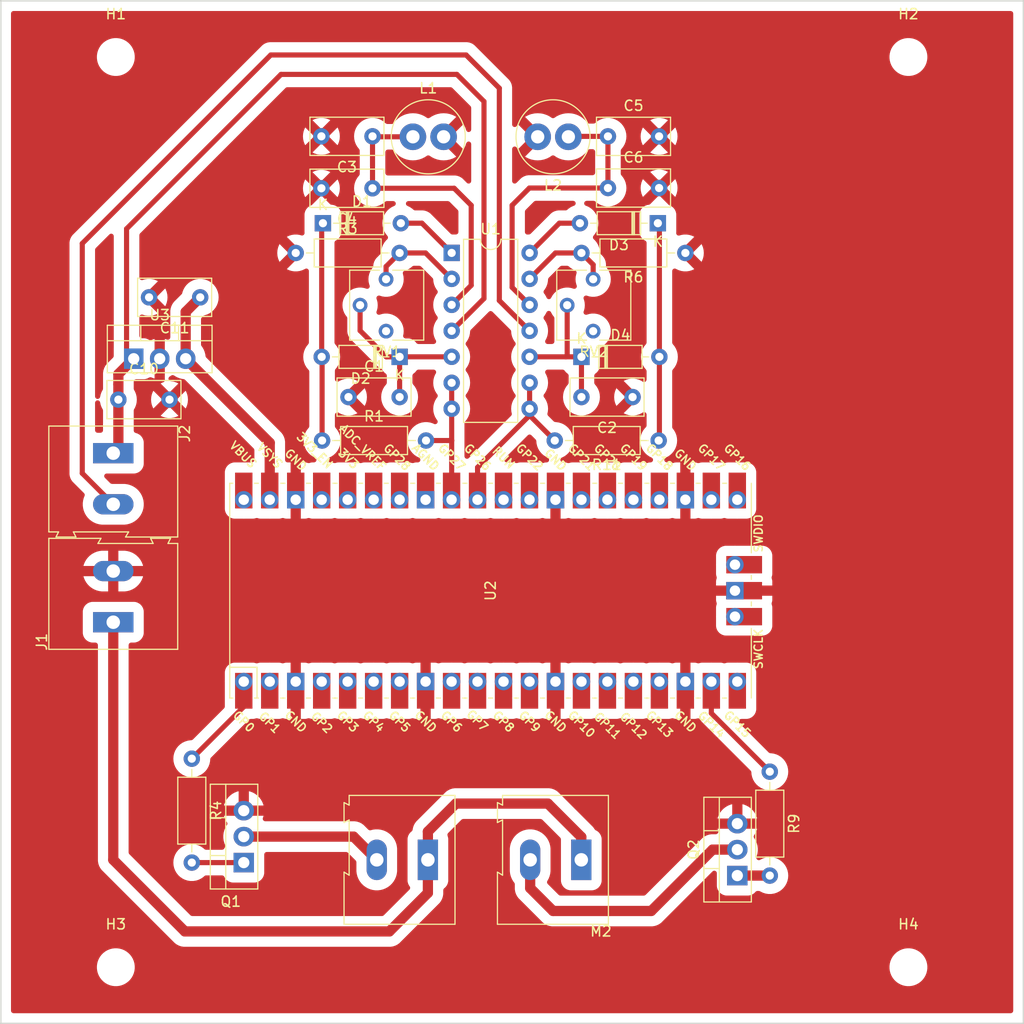
<source format=kicad_pcb>
(kicad_pcb (version 20240108) (generator "pcbnew") (generator_version "8.0")
  (layers (0 "F.Cu" signal) (31 "B.Cu" signal) (34 "B.Paste" user) (35 "F.Paste" user) (36 "B.SilkS" user "B.Silkscreen") (37 "F.SilkS" user "F.Silkscreen") (38 "B.Mask" user) (39 "F.Mask" user) (44 "Edge.Cuts" user))
  (net 0 "")
  (net 1 "GND")
  (net 2 "Net-(D2-K)")
  (net 3 "Net-(D4-K)")
  (net 4 "/SINE_IN_L")
  (net 5 "/SINE_IN_R")
  (net 6 "VCC")
  (net 7 "Net-(D1-K)")
  (net 8 "Net-(D1-A)")
  (net 9 "Net-(D3-K)")
  (net 10 "Net-(D3-A)")
  (net 11 "-9V")
  (net 12 "/PEAK_OUT_L")
  (net 13 "Net-(U1A--)")
  (net 14 "/PEAK_OUT_R")
  (net 15 "Net-(U1D--)")
  (net 16 "+5V")
  (net 17 "Net-(Q1-B)")
  (net 18 "Net-(Q2-B)")
  (net 19 "/MOTOR_PWM_L")
  (net 20 "/MOTOR_PWM_R")
  (net 21 "/Boost Converter Feedback")
  (net 49 "+9V")
  (net 51 "Net-(M1--)")
  (net 52 "Net-(M2--)")
  (footprint "Capacitor_THT:C_Rect_L7.0mm_W3.5mm_P5.00mm" (layer "F.Cu") (at 147.370001 62.26)
    (property "Reference" "C5" (at 2.5 -3 0) (layer "F.SilkS"))
    (property "Value" "68n")
    (pad "1" thru_hole circle (at 0 0) (size 1.6 1.6) (drill 0.8) (layers "*.Cu" "*.Mask") (net 5 "/SINE_IN_R"))
    (pad "2" thru_hole circle (at 5 0) (size 1.6 1.6) (drill 0.8) (layers "*.Cu" "*.Mask") (net 1 "GND"))
  )
  (footprint "Resistor_THT:R_Axial_DIN0207_L6.3mm_D2.5mm_P10.16mm_Horizontal" (layer "F.Cu") (at 106.68 123.110001 -90)
    (property "Reference" "R4" (at 5.08 -2.37 90) (layer "F.SilkS"))
    (property "Value" "100")
    (pad "1" thru_hole circle (at 0 0 270) (size 1.6 1.6) (drill 0.8) (layers "*.Cu" "*.Mask") (net 19 "/MOTOR_PWM_L"))
    (pad "2" thru_hole oval (at 10.16 0 270) (size 1.6 1.6) (drill 0.8) (layers "*.Cu" "*.Mask") (net 17 "Net-(Q1-B)"))
  )
  (footprint "Resistor_THT:R_Axial_DIN0207_L6.3mm_D2.5mm_P10.16mm_Horizontal" (layer "F.Cu") (at 152.33 92 180)
    (property "Reference" "R11" (at 5.08 -2.37 0) (layer "F.SilkS"))
    (property "Value" "10k")
    (pad "1" thru_hole circle (at 0 0 180) (size 1.6 1.6) (drill 0.8) (layers "*.Cu" "*.Mask") (net 9 "Net-(D3-K)"))
    (pad "2" thru_hole oval (at 10.16 0 180) (size 1.6 1.6) (drill 0.8) (layers "*.Cu" "*.Mask") (net 14 "/PEAK_OUT_R"))
  )
  (footprint "Package_TO_SOT_THT:TO-220-3_Vertical" (layer "F.Cu") (at 160.02 134.54 90)
    (property "Reference" "Q2" (at 2.54 -4.27 90) (layer "F.SilkS"))
    (property "Value" "TIP120")
    (pad "1" thru_hole rect (at 0 0 90) (size 1.905 2) (drill 1.1) (layers "*.Cu" "*.Mask") (net 18 "Net-(Q2-B)"))
    (pad "2" thru_hole oval (at 2.54 0 90) (size 1.905 2) (drill 1.1) (layers "*.Cu" "*.Mask") (net 52 "Net-(M2--)"))
    (pad "3" thru_hole oval (at 5.08 0 90) (size 1.905 2) (drill 1.1) (layers "*.Cu" "*.Mask") (net 1 "GND"))
  )
  (footprint "Capacitor_THT:C_Rect_L7.0mm_W3.5mm_P5.00mm" (layer "F.Cu") (at 107.5 78 180)
    (property "Reference" "C11" (at 2.5 -3 180) (layer "F.SilkS"))
    (property "Value" "330n")
    (pad "1" thru_hole circle (at 0 0 180) (size 1.6 1.6) (drill 0.8) (layers "*.Cu" "*.Mask") (net 16 "+5V"))
    (pad "2" thru_hole circle (at 5 0 180) (size 1.6 1.6) (drill 0.8) (layers "*.Cu" "*.Mask") (net 1 "GND"))
  )
  (footprint "Potentiometer_THT:Potentiometer_Vishay_T73YP_Vertical" (layer "F.Cu") (at 145.925 76.224999 180)
    (property "Reference" "RV2" (at -0.059999 -7.09 180) (layer "F.SilkS"))
    (property "Value" "R_Potentiometer")
    (pad "1" thru_hole circle (at 0 0 180) (size 1.44 1.44) (drill 0.8) (layers "*.Cu" "*.Mask") (net 15 "Net-(U1D--)"))
    (pad "2" thru_hole circle (at 2.54 -2.54 180) (size 1.44 1.44) (drill 0.8) (layers "*.Cu" "*.Mask") (net 3 "Net-(D4-K)"))
    (pad "3" thru_hole circle (at 0 -5.079999 180) (size 1.44 1.44) (drill 0.8) (layers "*.Cu" "*.Mask"))
  )
  (footprint "Package_TO_SOT_THT:TO-220-3_Vertical" (layer "F.Cu") (at 111.76 133.27 90)
    (property "Reference" "Q1" (at -3.81 -1.27 180) (layer "F.SilkS"))
    (property "Value" "TIP120")
    (pad "1" thru_hole rect (at 0 0 90) (size 1.905 2) (drill 1.1) (layers "*.Cu" "*.Mask") (net 17 "Net-(Q1-B)"))
    (pad "2" thru_hole oval (at 2.54 0 90) (size 1.905 2) (drill 1.1) (layers "*.Cu" "*.Mask") (net 51 "Net-(M1--)"))
    (pad "3" thru_hole oval (at 5.08 0 90) (size 1.905 2) (drill 1.1) (layers "*.Cu" "*.Mask") (net 1 "GND"))
  )
  (footprint "Capacitor_THT:C_Rect_L7.0mm_W3.5mm_P5.00mm" (layer "F.Cu") (at 122 87.75)
    (property "Reference" "C1" (at 2.5 -3 0) (layer "F.SilkS"))
    (property "Value" "1u")
    (pad "1" thru_hole circle (at 0 0) (size 1.6 1.6) (drill 0.8) (layers "*.Cu" "*.Mask") (net 1 "GND"))
    (pad "2" thru_hole circle (at 5 0) (size 1.6 1.6) (drill 0.8) (layers "*.Cu" "*.Mask") (net 2 "Net-(D2-K)"))
  )
  (footprint "Inductor_THT:L_Radial_D7.0mm_P3.00mm" (layer "F.Cu") (at 143.5 62.3 180)
    (property "Reference" "L2" (at 1.5 -4.75 180) (layer "F.SilkS"))
    (property "Value" "220u")
    (pad "1" thru_hole circle (at 0 0 180) (size 2.6 2.6) (drill 1.3) (layers "*.Cu" "*.Mask") (net 5 "/SINE_IN_R"))
    (pad "2" thru_hole circle (at 3 0 180) (size 2.6 2.6) (drill 1.3) (layers "*.Cu" "*.Mask") (net 1 "GND"))
  )
  (footprint "Diode_THT:D_DO-35_SOD27_P7.62mm_Horizontal" (layer "F.Cu") (at 119.5 70.75)
    (property "Reference" "D1" (at 3.81 -2.12 0) (layer "F.SilkS"))
    (property "Value" "1N4148")
    (fp_text user "K" (at 0 -1.8 0) (layer "F.SilkS"))
    (pad "1" thru_hole rect (at 0 0) (size 1.6 1.6) (drill 0.8) (layers "*.Cu" "*.Mask") (net 7 "Net-(D1-K)"))
    (pad "2" thru_hole oval (at 7.62 0) (size 1.6 1.6) (drill 0.8) (layers "*.Cu" "*.Mask") (net 8 "Net-(D1-A)"))
  )
  (footprint "Resistor_THT:R_Axial_DIN0207_L6.3mm_D2.5mm_P10.16mm_Horizontal" (layer "F.Cu") (at 154.94 73.66 180)
    (property "Reference" "R6" (at 5.08 -2.37 0) (layer "F.SilkS"))
    (property "Value" "1k")
    (pad "1" thru_hole circle (at 0 0 180) (size 1.6 1.6) (drill 0.8) (layers "*.Cu" "*.Mask") (net 1 "GND"))
    (pad "2" thru_hole oval (at 10.16 0 180) (size 1.6 1.6) (drill 0.8) (layers "*.Cu" "*.Mask") (net 15 "Net-(U1D--)"))
  )
  (footprint "MountingHole:MountingHole_3.2mm_M3" (layer "F.Cu") (at 99.25 54.5)
    (property "Reference" "H1" (at 0 -4.2 0) (layer "F.SilkS"))
    (property "Value" "MountingHole")
    (pad "" np_thru_hole circle (at 0 0) (size 3.2 3.2) (drill 3.2) (layers "*.Cu" "*.Mask"))
  )
  (footprint "Capacitor_THT:C_Rect_L7.0mm_W3.5mm_P5.00mm" (layer "F.Cu") (at 99.5 88)
    (property "Reference" "C10" (at 2.5 -3 0) (layer "F.SilkS"))
    (property "Value" "330n")
    (pad "1" thru_hole circle (at 0 0) (size 1.6 1.6) (drill 0.8) (layers "*.Cu" "*.Mask") (net 49 "+9V"))
    (pad "2" thru_hole circle (at 5 0) (size 1.6 1.6) (drill 0.8) (layers "*.Cu" "*.Mask") (net 1 "GND"))
  )
  (footprint "MCU_RaspberryPi_and_Boards:RPi_Pico_SMD_TH" (layer "F.Cu") (at 135.89 106.68 90)
    (property "Reference" "U2" (at 0 0 -90) (layer "F.SilkS"))
    (property "Value" "Pico")
    (fp_text user "GP0" (at -12.8 -24.13 -45) (layer "F.SilkS") (effects (font (size 0.8 0.8))))
    (fp_text user "GP11" (at -13.2 11.43 -45) (layer "F.SilkS") (effects (font (size 0.8 0.8))))
    (fp_text user "SWDIO" (at 5.6 26.2 -90) (layer "F.SilkS") (effects (font (size 0.8 0.8))))
    (fp_text user "GP3" (at -12.8 -13.97 -45) (layer "F.SilkS") (effects (font (size 0.8 0.8))))
    (fp_text user "3V3_EN" (at 13.7 -17.200001 -45) (layer "F.SilkS") (effects (font (size 0.8 0.8))))
    (fp_text user "GND" (at -12.8 -19.05 -45) (layer "F.SilkS") (effects (font (size 0.8 0.8))))
    (fp_text user "GP8" (at -12.8 1.27 -45) (layer "F.SilkS") (effects (font (size 0.8 0.8))))
    (fp_text user "GP16" (at 13.054 24.130001 -45) (layer "F.SilkS") (effects (font (size 0.8 0.8))))
    (fp_text user "ADC_VREF" (at 14 -12.5 -45) (layer "F.SilkS") (effects (font (size 0.8 0.8))))
    (fp_text user "GND" (at -12.8 19.05 -45) (layer "F.SilkS") (effects (font (size 0.8 0.8))))
    (fp_text user "GND" (at -12.8 6.35 -45) (layer "F.SilkS") (effects (font (size 0.8 0.8))))
    (fp_text user "GP10" (at -13.054 8.89 -45) (layer "F.SilkS") (effects (font (size 0.8 0.8))))
    (fp_text user "GP20" (at 13.053999 11.43 -45) (layer "F.SilkS") (effects (font (size 0.8 0.8))))
    (fp_text user "GP7" (at -12.7 -1.3 -45) (layer "F.SilkS") (effects (font (size 0.8 0.8))))
    (fp_text user "GP18" (at 13.054 16.51 -45) (layer "F.SilkS") (effects (font (size 0.8 0.8))))
    (fp_text user "GP17" (at 13.054 21.589999 -45) (layer "F.SilkS") (effects (font (size 0.8 0.8))))
    (fp_text user "GP27" (at 13.054 -3.8 -45) (layer "F.SilkS") (effects (font (size 0.8 0.8))))
    (fp_text user "GP13" (at -13.054 16.51 -45) (layer "F.SilkS") (effects (font (size 0.8 0.8))))
    (fp_text user "GP26" (at 13.054 -1.270001 -45) (layer "F.SilkS") (effects (font (size 0.8 0.8))))
    (fp_text user "GP4" (at -12.8 -11.43 -45) (layer "F.SilkS") (effects (font (size 0.8 0.8))))
    (fp_text user "GP6" (at -12.8 -3.81 -45) (layer "F.SilkS") (effects (font (size 0.8 0.8))))
    (fp_text user "GP19" (at 13.054 13.97 -45) (layer "F.SilkS") (effects (font (size 0.8 0.8))))
    (fp_text user "3V3" (at 12.9 -13.9 -45) (layer "F.SilkS") (effects (font (size 0.8 0.8))))
    (fp_text user "GP21" (at 13.054 8.9 -45) (layer "F.SilkS") (effects (font (size 0.8 0.8))))
    (fp_text user "VSYS" (at 13.2 -21.59 -45) (layer "F.SilkS") (effects (font (size 0.8 0.8))))
    (fp_text user "GP9" (at -12.8 3.81 -45) (layer "F.SilkS") (effects (font (size 0.8 0.8))))
    (fp_text user "GP22" (at 13.054 3.81 -45) (layer "F.SilkS") (effects (font (size 0.8 0.8))))
    (fp_text user "GP1" (at -12.9 -21.6 -45) (layer "F.SilkS") (effects (font (size 0.8 0.8))))
    (fp_text user "SWCLK" (at -5.7 26.2 -90) (layer "F.SilkS") (effects (font (size 0.8 0.8))))
    (fp_text user "GP12" (at -13.2 13.97 -45) (layer "F.SilkS") (effects (font (size 0.8 0.8))))
    (fp_text user "GND" (at 12.8 -19.05 -45) (layer "F.SilkS") (effects (font (size 0.8 0.8))))
    (fp_text user "GND" (at 12.8 6.35 -45) (layer "F.SilkS") (effects (font (size 0.8 0.8))))
    (fp_text user "GP15" (at -13.054 24.130001 -45) (layer "F.SilkS") (effects (font (size 0.8 0.8))))
    (fp_text user "VBUS" (at 13.3 -24.2 -45) (layer "F.SilkS") (effects (font (size 0.8 0.8))))
    (fp_text user "GP5" (at -12.8 -8.89 -45) (layer "F.SilkS") (effects (font (size 0.8 0.8))))
    (fp_text user "GP14" (at -13.1 21.59 -45) (layer "F.SilkS") (effects (font (size 0.8 0.8))))
    (fp_text user "GND" (at -12.8 -6.35 -45) (layer "F.SilkS") (effects (font (size 0.8 0.8))))
    (fp_text user "RUN" (at 13 1.27 -45) (layer "F.SilkS") (effects (font (size 0.8 0.8))))
    (fp_text user "GP28" (at 13.054 -9.143999 -45) (layer "F.SilkS") (effects (font (size 0.8 0.8))))
    (fp_text user "AGND" (at 13.054 -6.35 -45) (layer "F.SilkS") (effects (font (size 0.8 0.8))))
    (fp_text user "GND" (at 12.8 19.05 -45) (layer "F.SilkS") (effects (font (size 0.8 0.8))))
    (fp_text user "GP2" (at -12.9 -16.509999 -45) (layer "F.SilkS") (effects (font (size 0.8 0.8))))
    (pad "1" thru_hole oval (at -8.89 -24.13 90) (size 1.7 1.7) (drill 1.02) (layers "*.Cu" "*.Mask") (net 19 "/MOTOR_PWM_L"))
    (pad "1" smd rect (at -8.89 -24.13 90) (size 3.5 1.7) (drill (offset -0.9 0)) (layers "F.Cu" "F.Mask") (net 19 "/MOTOR_PWM_L"))
    (pad "2" thru_hole oval (at -8.89 -21.59 90) (size 1.7 1.7) (drill 1.02) (layers "*.Cu" "*.Mask"))
    (pad "2" smd rect (at -8.89 -21.59 90) (size 3.5 1.7) (drill (offset -0.9 0)) (layers "F.Cu" "F.Mask"))
    (pad "3" thru_hole rect (at -8.89 -19.05 90) (size 1.7 1.7) (drill 1.02) (layers "*.Cu" "*.Mask") (net 1 "GND"))
    (pad "3" smd rect (at -8.89 -19.05 90) (size 3.5 1.7) (drill (offset -0.9 0)) (layers "F.Cu" "F.Mask") (net 1 "GND"))
    (pad "4" thru_hole oval (at -8.89 -16.51 90) (size 1.7 1.7) (drill 1.02) (layers "*.Cu" "*.Mask"))
    (pad "4" smd rect (at -8.89 -16.51 90) (size 3.5 1.7) (drill (offset -0.9 0)) (layers "F.Cu" "F.Mask"))
    (pad "5" thru_hole oval (at -8.89 -13.97 90) (size 1.7 1.7) (drill 1.02) (layers "*.Cu" "*.Mask"))
    (pad "5" smd rect (at -8.89 -13.97 90) (size 3.5 1.7) (drill (offset -0.9 0)) (layers "F.Cu" "F.Mask"))
    (pad "6" thru_hole oval (at -8.89 -11.43 90) (size 1.7 1.7) (drill 1.02) (layers "*.Cu" "*.Mask"))
    (pad "6" smd rect (at -8.89 -11.43 90) (size 3.5 1.7) (drill (offset -0.9 0)) (layers "F.Cu" "F.Mask"))
    (pad "7" thru_hole oval (at -8.89 -8.89 90) (size 1.7 1.7) (drill 1.02) (layers "*.Cu" "*.Mask"))
    (pad "7" smd rect (at -8.89 -8.89 90) (size 3.5 1.7) (drill (offset -0.9 0)) (layers "F.Cu" "F.Mask"))
    (pad "8" thru_hole rect (at -8.89 -6.35 90) (size 1.7 1.7) (drill 1.02) (layers "*.Cu" "*.Mask") (net 1 "GND"))
    (pad "8" smd rect (at -8.89 -6.35 90) (size 3.5 1.7) (drill (offset -0.9 0)) (layers "F.Cu" "F.Mask") (net 1 "GND"))
    (pad "9" thru_hole oval (at -8.89 -3.81 90) (size 1.7 1.7) (drill 1.02) (layers "*.Cu" "*.Mask"))
    (pad "9" smd rect (at -8.89 -3.81 90) (size 3.5 1.7) (drill (offset -0.9 0)) (layers "F.Cu" "F.Mask"))
    (pad "10" thru_hole oval (at -8.89 -1.27 90) (size 1.7 1.7) (drill 1.02) (layers "*.Cu" "*.Mask"))
    (pad "10" smd rect (at -8.89 -1.27 90) (size 3.5 1.7) (drill (offset -0.9 0)) (layers "F.Cu" "F.Mask"))
    (pad "11" thru_hole oval (at -8.89 1.27 90) (size 1.7 1.7) (drill 1.02) (layers "*.Cu" "*.Mask"))
    (pad "11" smd rect (at -8.89 1.27 90) (size 3.5 1.7) (drill (offset -0.9 0)) (layers "F.Cu" "F.Mask"))
    (pad "12" thru_hole oval (at -8.89 3.81 90) (size 1.7 1.7) (drill 1.02) (layers "*.Cu" "*.Mask"))
    (pad "12" smd rect (at -8.89 3.81 90) (size 3.5 1.7) (drill (offset -0.9 0)) (layers "F.Cu" "F.Mask"))
    (pad "13" thru_hole rect (at -8.89 6.35 90) (size 1.7 1.7) (drill 1.02) (layers "*.Cu" "*.Mask") (net 1 "GND"))
    (pad "13" smd rect (at -8.89 6.35 90) (size 3.5 1.7) (drill (offset -0.9 0)) (layers "F.Cu" "F.Mask") (net 1 "GND"))
    (pad "14" thru_hole oval (at -8.89 8.89 90) (size 1.7 1.7) (drill 1.02) (layers "*.Cu" "*.Mask"))
    (pad "14" smd rect (at -8.89 8.89 90) (size 3.5 1.7) (drill (offset -0.9 0)) (layers "F.Cu" "F.Mask"))
    (pad "15" thru_hole oval (at -8.89 11.43 90) (size 1.7 1.7) (drill 1.02) (layers "*.Cu" "*.Mask"))
    (pad "15" smd rect (at -8.89 11.43 90) (size 3.5 1.7) (drill (offset -0.9 0)) (layers "F.Cu" "F.Mask"))
    (pad "16" thru_hole oval (at -8.89 13.97 90) (size 1.7 1.7) (drill 1.02) (layers "*.Cu" "*.Mask"))
    (pad "16" smd rect (at -8.89 13.97 90) (size 3.5 1.7) (drill (offset -0.9 0)) (layers "F.Cu" "F.Mask"))
    (pad "17" thru_hole oval (at -8.89 16.51 90) (size 1.7 1.7) (drill 1.02) (layers "*.Cu" "*.Mask"))
    (pad "17" smd rect (at -8.89 16.51 90) (size 3.5 1.7) (drill (offset -0.9 0)) (layers "F.Cu" "F.Mask"))
    (pad "18" thru_hole rect (at -8.89 19.05 90) (size 1.7 1.7) (drill 1.02) (layers "*.Cu" "*.Mask") (net 1 "GND"))
    (pad "18" smd rect (at -8.89 19.05 90) (size 3.5 1.7) (drill (offset -0.9 0)) (layers "F.Cu" "F.Mask") (net 1 "GND"))
    (pad "19" thru_hole oval (at -8.89 21.59 90) (size 1.7 1.7) (drill 1.02) (layers "*.Cu" "*.Mask") (net 20 "/MOTOR_PWM_R"))
    (pad "19" smd rect (at -8.89 21.59 90) (size 3.5 1.7) (drill (offset -0.9 0)) (layers "F.Cu" "F.Mask") (net 20 "/MOTOR_PWM_R"))
    (pad "20" thru_hole oval (at -8.89 24.13 90) (size 1.7 1.7) (drill 1.02) (layers "*.Cu" "*.Mask"))
    (pad "20" smd rect (at -8.89 24.13 90) (size 3.5 1.7) (drill (offset -0.9 0)) (layers "F.Cu" "F.Mask"))
    (pad "21" thru_hole oval (at 8.89 24.13 90) (size 1.7 1.7) (drill 1.02) (layers "*.Cu" "*.Mask"))
    (pad "21" smd rect (at 8.89 24.13 90) (size 3.5 1.7) (drill (offset 0.9 0)) (layers "F.Cu" "F.Mask"))
    (pad "22" thru_hole oval (at 8.89 21.59 90) (size 1.7 1.7) (drill 1.02) (layers "*.Cu" "*.Mask"))
    (pad "22" smd rect (at 8.89 21.59 90) (size 3.5 1.7) (drill (offset 0.9 0)) (layers "F.Cu" "F.Mask"))
    (pad "23" thru_hole rect (at 8.89 19.05 90) (size 1.7 1.7) (drill 1.02) (layers "*.Cu" "*.Mask") (net 1 "GND"))
    (pad "23" smd rect (at 8.89 19.05 90) (size 3.5 1.7) (drill (offset 0.9 0)) (layers "F.Cu" "F.Mask") (net 1 "GND"))
    (pad "24" thru_hole oval (at 8.89 16.51 90) (size 1.7 1.7) (drill 1.02) (layers "*.Cu" "*.Mask"))
    (pad "24" smd rect (at 8.89 16.51 90) (size 3.5 1.7) (drill (offset 0.9 0)) (layers "F.Cu" "F.Mask"))
    (pad "25" thru_hole oval (at 8.89 13.97 90) (size 1.7 1.7) (drill 1.02) (layers "*.Cu" "*.Mask"))
    (pad "25" smd rect (at 8.89 13.97 90) (size 3.5 1.7) (drill (offset 0.9 0)) (layers "F.Cu" "F.Mask"))
    (pad "26" thru_hole oval (at 8.89 11.43 90) (size 1.7 1.7) (drill 1.02) (layers "*.Cu" "*.Mask"))
    (pad "26" smd rect (at 8.89 11.43 90) (size 3.5 1.7) (drill (offset 0.9 0)) (layers "F.Cu" "F.Mask"))
    (pad "27" thru_hole oval (at 8.89 8.89 90) (size 1.7 1.7) (drill 1.02) (layers "*.Cu" "*.Mask"))
    (pad "27" smd rect (at 8.89 8.89 90) (size 3.5 1.7) (drill (offset 0.9 0)) (layers "F.Cu" "F.Mask"))
    (pad "28" thru_hole rect (at 8.89 6.35 90) (size 1.7 1.7) (drill 1.02) (layers "*.Cu" "*.Mask") (net 1 "GND"))
    (pad "28" smd rect (at 8.89 6.35 90) (size 3.5 1.7) (drill (offset 0.9 0)) (layers "F.Cu" "F.Mask") (net 1 "GND"))
    (pad "29" thru_hole oval (at 8.89 3.81 90) (size 1.7 1.7) (drill 1.02) (layers "*.Cu" "*.Mask"))
    (pad "29" smd rect (at 8.89 3.81 90) (size 3.5 1.7) (drill (offset 0.9 0)) (layers "F.Cu" "F.Mask"))
    (pad "30" thru_hole oval (at 8.89 1.27 90) (size 1.7 1.7) (drill 1.02) (layers "*.Cu" "*.Mask"))
    (pad "30" smd rect (at 8.89 1.27 90) (size 3.5 1.7) (drill (offset 0.9 0)) (layers "F.Cu" "F.Mask"))
    (pad "31" thru_hole oval (at 8.89 -1.27 90) (size 1.7 1.7) (drill 1.02) (layers "*.Cu" "*.Mask") (net 14 "/PEAK_OUT_R"))
    (pad "31" smd rect (at 8.89 -1.27 90) (size 3.5 1.7) (drill (offset 0.9 0)) (layers "F.Cu" "F.Mask") (net 14 "/PEAK_OUT_R"))
    (pad "32" thru_hole oval (at 8.89 -3.81 90) (size 1.7 1.7) (drill 1.02) (layers "*.Cu" "*.Mask") (net 12 "/PEAK_OUT_L"))
    (pad "32" smd rect (at 8.89 -3.81 90) (size 3.5 1.7) (drill (offset 0.9 0)) (layers "F.Cu" "F.Mask") (net 12 "/PEAK_OUT_L"))
    (pad "33" thru_hole rect (at 8.89 -6.35 90) (size 1.7 1.7) (drill 1.02) (layers "*.Cu" "*.Mask"))
    (pad "33" smd rect (at 8.89 -6.35 90) (size 3.5 1.7) (drill (offset 0.9 0)) (layers "F.Cu" "F.Mask"))
    (pad "34" thru_hole oval (at 8.89 -8.89 90) (size 1.7 1.7) (drill 1.02) (layers "*.Cu" "*.Mask") (net 21 "/Boost Converter Feedback"))
    (pad "34" smd rect (at 8.89 -8.89 90) (size 3.5 1.7) (drill (offset 0.9 0)) (layers "F.Cu" "F.Mask") (net 21 "/Boost Converter Feedback"))
    (pad "35" thru_hole oval (at 8.89 -11.43 90) (size 1.7 1.7) (drill 1.02) (layers "*.Cu" "*.Mask"))
    (pad "35" smd rect (at 8.89 -11.43 90) (size 3.5 1.7) (drill (offset 0.9 0)) (layers "F.Cu" "F.Mask"))
    (pad "36" thru_hole oval (at 8.89 -13.97 90) (size 1.7 1.7) (drill 1.02) (layers "*.Cu" "*.Mask"))
    (pad "36" smd rect (at 8.89 -13.97 90) (size 3.5 1.7) (drill (offset 0.9 0)) (layers "F.Cu" "F.Mask"))
    (pad "37" thru_hole oval (at 8.89 -16.51 90) (size 1.7 1.7) (drill 1.02) (layers "*.Cu" "*.Mask"))
    (pad "37" smd rect (at 8.89 -16.51 90) (size 3.5 1.7) (drill (offset 0.9 0)) (layers "F.Cu" "F.Mask"))
    (pad "38" thru_hole rect (at 8.89 -19.05 90) (size 1.7 1.7) (drill 1.02) (layers "*.Cu" "*.Mask") (net 1 "GND"))
    (pad "38" smd rect (at 8.89 -19.05 90) (size 3.5 1.7) (drill (offset 0.9 0)) (layers "F.Cu" "F.Mask") (net 1 "GND"))
    (pad "39" thru_hole oval (at 8.89 -21.59 90) (size 1.7 1.7) (drill 1.02) (layers "*.Cu" "*.Mask") (net 16 "+5V"))
    (pad "39" smd rect (at 8.89 -21.59 90) (size 3.5 1.7) (drill (offset 0.9 0)) (layers "F.Cu" "F.Mask") (net 16 "+5V"))
    (pad "40" thru_hole oval (at 8.89 -24.13 90) (size 1.7 1.7) (drill 1.02) (layers "*.Cu" "*.Mask"))
    (pad "40" smd rect (at 8.89 -24.13 90) (size 3.5 1.7) (drill (offset 0.9 0)) (layers "F.Cu" "F.Mask"))
    (pad "41" thru_hole oval (at -2.54 23.9 90) (size 1.7 1.7) (drill 1.02) (layers "*.Cu" "*.Mask"))
    (pad "41" smd rect (at -2.54 23.9 180) (size 3.5 1.7) (drill (offset -0.9 0)) (layers "F.Cu" "F.Mask"))
    (pad "42" thru_hole rect (at 0 23.9 90) (size 1.7 1.7) (drill 1.02) (layers "*.Cu" "*.Mask") (net 1 "GND"))
    (pad "42" smd rect (at 0 23.9 180) (size 3.5 1.7) (drill (offset -0.9 0)) (layers "F.Cu" "F.Mask") (net 1 "GND"))
    (pad "43" thru_hole oval (at 2.54 23.9 90) (size 1.7 1.7) (drill 1.02) (layers "*.Cu" "*.Mask"))
    (pad "43" smd rect (at 2.54 23.9 180) (size 3.5 1.7) (drill (offset -0.9 0)) (layers "F.Cu" "F.Mask"))
  )
  (footprint "Diode_THT:D_DO-35_SOD27_P7.62mm_Horizontal" (layer "F.Cu") (at 144.78 83.82)
    (property "Reference" "D4" (at 3.81 -2.12 0) (layer "F.SilkS"))
    (property "Value" "1N4148")
    (fp_text user "K" (at 0 -1.8 0) (layer "F.SilkS"))
    (pad "1" thru_hole rect (at 0 0) (size 1.6 1.6) (drill 0.8) (layers "*.Cu" "*.Mask") (net 3 "Net-(D4-K)"))
    (pad "2" thru_hole oval (at 7.62 0) (size 1.6 1.6) (drill 0.8) (layers "*.Cu" "*.Mask") (net 9 "Net-(D3-K)"))
  )
  (footprint "Inductor_THT:L_Radial_D7.0mm_P3.00mm" (layer "F.Cu") (at 128.3 62.3)
    (property "Reference" "L1" (at 1.5 -4.75 0) (layer "F.SilkS"))
    (property "Value" "220u")
    (pad "1" thru_hole circle (at 0 0) (size 2.6 2.6) (drill 1.3) (layers "*.Cu" "*.Mask") (net 4 "/SINE_IN_L"))
    (pad "2" thru_hole circle (at 3 0) (size 2.6 2.6) (drill 1.3) (layers "*.Cu" "*.Mask") (net 1 "GND"))
  )
  (footprint "Resistor_THT:R_Axial_DIN0207_L6.3mm_D2.5mm_P10.16mm_Horizontal" (layer "F.Cu") (at 116.84 73.66)
    (property "Reference" "R3" (at 5.08 -2.37 0) (layer "F.SilkS"))
    (property "Value" "1k")
    (pad "1" thru_hole circle (at 0 0) (size 1.6 1.6) (drill 0.8) (layers "*.Cu" "*.Mask") (net 1 "GND"))
    (pad "2" thru_hole oval (at 10.16 0) (size 1.6 1.6) (drill 0.8) (layers "*.Cu" "*.Mask") (net 13 "Net-(U1A--)"))
  )
  (footprint "Capacitor_THT:C_Rect_L7.0mm_W3.5mm_P5.00mm" (layer "F.Cu") (at 149.78 87.75 180)
    (property "Reference" "C2" (at 2.5 -3 0) (layer "F.SilkS"))
    (property "Value" "1u")
    (pad "1" thru_hole circle (at 0 0 180) (size 1.6 1.6) (drill 0.8) (layers "*.Cu" "*.Mask") (net 1 "GND"))
    (pad "2" thru_hole circle (at 5 0 180) (size 1.6 1.6) (drill 0.8) (layers "*.Cu" "*.Mask") (net 3 "Net-(D4-K)"))
  )
  (footprint "Resistor_THT:R_Axial_DIN0207_L6.3mm_D2.5mm_P10.16mm_Horizontal" (layer "F.Cu") (at 119.42 92)
    (property "Reference" "R1" (at 5.08 -2.37 0) (layer "F.SilkS"))
    (property "Value" "10k")
    (pad "1" thru_hole circle (at 0 0) (size 1.6 1.6) (drill 0.8) (layers "*.Cu" "*.Mask") (net 7 "Net-(D1-K)"))
    (pad "2" thru_hole oval (at 10.16 0) (size 1.6 1.6) (drill 0.8) (layers "*.Cu" "*.Mask") (net 12 "/PEAK_OUT_L"))
  )
  (footprint "TerminalBlock:TerminalBlock_Altech_AK300-2_P5.00mm" (layer "F.Cu") (at 99 93.235 -90)
    (property "Reference" "J2" (at -1.92 -6.989999 90) (layer "F.SilkS"))
    (property "Value" "Screw_Terminal_01x02")
    (pad "1" thru_hole rect (at 0 0 270) (size 1.98 3.96) (drill 1.32) (layers "*.Cu" "*.Mask") (net 49 "+9V"))
    (pad "2" thru_hole oval (at 5 0 270) (size 1.98 3.96) (drill 1.32) (layers "*.Cu" "*.Mask") (net 11 "-9V"))
  )
  (footprint "MountingHole:MountingHole_3.2mm_M3" (layer "F.Cu") (at 176.75 54.500001)
    (property "Reference" "H2" (at 0 -4.2 0) (layer "F.SilkS"))
    (property "Value" "MountingHole")
    (pad "" np_thru_hole circle (at 0 0) (size 3.2 3.2) (drill 3.2) (layers "*.Cu" "*.Mask"))
  )
  (footprint "Diode_THT:D_DO-35_SOD27_P7.62mm_Horizontal" (layer "F.Cu") (at 152.25 70.75 180)
    (property "Reference" "D3" (at 3.81 -2.12 0) (layer "F.SilkS"))
    (property "Value" "1N4148")
    (fp_text user "K" (at 0 -1.8 0) (layer "F.SilkS"))
    (pad "1" thru_hole rect (at 0 0 180) (size 1.6 1.6) (drill 0.8) (layers "*.Cu" "*.Mask") (net 9 "Net-(D3-K)"))
    (pad "2" thru_hole oval (at 7.62 0 180) (size 1.6 1.6) (drill 0.8) (layers "*.Cu" "*.Mask") (net 10 "Net-(D3-A)"))
  )
  (footprint "TerminalBlock:TerminalBlock_Altech_AK300-2_P5.00mm" (layer "F.Cu") (at 129.765 133 180)
    (property "Reference" "M1" (hide yes))
    (property "Value" "Motor_DC")
    (pad "1" thru_hole rect (at 0 0 180) (size 1.98 3.96) (drill 1.32) (layers "*.Cu" "*.Mask") (net 6 "VCC"))
    (pad "2" thru_hole oval (at 5 0 180) (size 1.98 3.96) (drill 1.32) (layers "*.Cu" "*.Mask") (net 51 "Net-(M1--)"))
  )
  (footprint "TerminalBlock:TerminalBlock_Altech_AK300-2_P5.00mm" (layer "F.Cu") (at 99 109.765 90)
    (property "Reference" "J1" (at -1.92 -6.989999 -90) (layer "F.SilkS"))
    (property "Value" "Screw_Terminal_01x02")
    (pad "1" thru_hole rect (at 0 0 90) (size 1.98 3.96) (drill 1.32) (layers "*.Cu" "*.Mask") (net 6 "VCC"))
    (pad "2" thru_hole oval (at 5 0 90) (size 1.98 3.96) (drill 1.32) (layers "*.Cu" "*.Mask") (net 1 "GND"))
  )
  (footprint "MountingHole:MountingHole_3.2mm_M3" (layer "F.Cu") (at 99.25 143.500001)
    (property "Reference" "H3" (at 0 -4.2 0) (layer "F.SilkS"))
    (property "Value" "MountingHole")
    (pad "" np_thru_hole circle (at 0 0) (size 3.2 3.2) (drill 3.2) (layers "*.Cu" "*.Mask"))
  )
  (footprint "Potentiometer_THT:Potentiometer_Vishay_T73YP_Vertical" (layer "F.Cu") (at 125.675 76.225001 180)
    (property "Reference" "RV1" (at -0.059999 -7.09 180) (layer "F.SilkS"))
    (property "Value" "R_Potentiometer")
    (pad "1" thru_hole circle (at 0 0 180) (size 1.44 1.44) (drill 0.8) (layers "*.Cu" "*.Mask") (net 13 "Net-(U1A--)"))
    (pad "2" thru_hole circle (at 2.54 -2.54 180) (size 1.44 1.44) (drill 0.8) (layers "*.Cu" "*.Mask") (net 2 "Net-(D2-K)"))
    (pad "3" thru_hole circle (at 0 -5.079999 180) (size 1.44 1.44) (drill 0.8) (layers "*.Cu" "*.Mask"))
  )
  (footprint "Diode_THT:D_DO-35_SOD27_P7.62mm_Horizontal" (layer "F.Cu") (at 127 83.82 180)
    (property "Reference" "D2" (at 3.81 -2.12 0) (layer "F.SilkS"))
    (property "Value" "1N4148")
    (fp_text user "K" (at 0 -1.8 0) (layer "F.SilkS"))
    (pad "1" thru_hole rect (at 0 0 180) (size 1.6 1.6) (drill 0.8) (layers "*.Cu" "*.Mask") (net 2 "Net-(D2-K)"))
    (pad "2" thru_hole oval (at 7.62 0 180) (size 1.6 1.6) (drill 0.8) (layers "*.Cu" "*.Mask") (net 7 "Net-(D1-K)"))
  )
  (footprint "Resistor_THT:R_Axial_DIN0207_L6.3mm_D2.5mm_P10.16mm_Horizontal" (layer "F.Cu") (at 163.195 124.38 -90)
    (property "Reference" "R9" (at 5.08 -2.37 90) (layer "F.SilkS"))
    (property "Value" "100")
    (pad "1" thru_hole circle (at 0 0 270) (size 1.6 1.6) (drill 0.8) (layers "*.Cu" "*.Mask") (net 20 "/MOTOR_PWM_R"))
    (pad "2" thru_hole oval (at 10.16 0 270) (size 1.6 1.6) (drill 0.8) (layers "*.Cu" "*.Mask") (net 18 "Net-(Q2-B)"))
  )
  (footprint "Capacitor_THT:C_Rect_L7.0mm_W3.5mm_P5.00mm" (layer "F.Cu") (at 124.350001 62.255 180)
    (property "Reference" "C3" (at 2.5 -3 0) (layer "F.SilkS"))
    (property "Value" "68n")
    (pad "1" thru_hole circle (at 0 0 180) (size 1.6 1.6) (drill 0.8) (layers "*.Cu" "*.Mask") (net 4 "/SINE_IN_L"))
    (pad "2" thru_hole circle (at 5 0 180) (size 1.6 1.6) (drill 0.8) (layers "*.Cu" "*.Mask") (net 1 "GND"))
  )
  (footprint "MountingHole:MountingHole_3.2mm_M3" (layer "F.Cu") (at 176.750001 143.500001)
    (property "Reference" "H4" (at 0 -4.2 0) (layer "F.SilkS"))
    (property "Value" "MountingHole")
    (pad "" np_thru_hole circle (at 0 0) (size 3.2 3.2) (drill 3.2) (layers "*.Cu" "*.Mask"))
  )
  (footprint "TerminalBlock:TerminalBlock_Altech_AK300-2_P5.00mm" (layer "F.Cu") (at 144.765 133 180)
    (property "Reference" "M2" (at -1.92 -6.989999 180) (layer "F.SilkS"))
    (property "Value" "Motor_DC")
    (pad "1" thru_hole rect (at 0 0 180) (size 1.98 3.96) (drill 1.32) (layers "*.Cu" "*.Mask") (net 6 "VCC"))
    (pad "2" thru_hole oval (at 5 0 180) (size 1.98 3.96) (drill 1.32) (layers "*.Cu" "*.Mask") (net 52 "Net-(M2--)"))
  )
  (footprint "Package_TO_SOT_THT:TO-220-3_Vertical" (layer "F.Cu") (at 101 84)
    (property "Reference" "U3" (at 2.54 -4.27 0) (layer "F.SilkS"))
    (property "Value" "uA7805")
    (pad "1" thru_hole rect (at 0 0) (size 1.905 2) (drill 1.1) (layers "*.Cu" "*.Mask") (net 49 "+9V"))
    (pad "2" thru_hole oval (at 2.54 0) (size 1.905 2) (drill 1.1) (layers "*.Cu" "*.Mask") (net 1 "GND"))
    (pad "3" thru_hole oval (at 5.08 0) (size 1.905 2) (drill 1.1) (layers "*.Cu" "*.Mask") (net 16 "+5V"))
  )
  (footprint "Package_DIP:DIP-14_W7.62mm" (layer "F.Cu") (at 132.09 73.655)
    (property "Reference" "U1" (at 3.81 -2.33 0) (layer "F.SilkS"))
    (property "Value" "TL074")
    (pad "1" thru_hole rect (at 0 0) (size 1.6 1.6) (drill 0.8) (layers "*.Cu" "*.Mask") (net 8 "Net-(D1-A)"))
    (pad "2" thru_hole oval (at 0 2.54) (size 1.6 1.6) (drill 0.8) (layers "*.Cu" "*.Mask") (net 13 "Net-(U1A--)"))
    (pad "3" thru_hole oval (at 0 5.08) (size 1.6 1.6) (drill 0.8) (layers "*.Cu" "*.Mask") (net 4 "/SINE_IN_L"))
    (pad "4" thru_hole oval (at 0 7.62) (size 1.6 1.6) (drill 0.8) (layers "*.Cu" "*.Mask") (net 49 "+9V"))
    (pad "5" thru_hole oval (at 0 10.16) (size 1.6 1.6) (drill 0.8) (layers "*.Cu" "*.Mask") (net 2 "Net-(D2-K)"))
    (pad "6" thru_hole oval (at 0 12.7) (size 1.6 1.6) (drill 0.8) (layers "*.Cu" "*.Mask") (net 12 "/PEAK_OUT_L"))
    (pad "7" thru_hole oval (at 0 15.24) (size 1.6 1.6) (drill 0.8) (layers "*.Cu" "*.Mask") (net 12 "/PEAK_OUT_L"))
    (pad "8" thru_hole oval (at 7.62 15.24) (size 1.6 1.6) (drill 0.8) (layers "*.Cu" "*.Mask") (net 14 "/PEAK_OUT_R"))
    (pad "9" thru_hole oval (at 7.62 12.7) (size 1.6 1.6) (drill 0.8) (layers "*.Cu" "*.Mask") (net 14 "/PEAK_OUT_R"))
    (pad "10" thru_hole oval (at 7.62 10.16) (size 1.6 1.6) (drill 0.8) (layers "*.Cu" "*.Mask") (net 3 "Net-(D4-K)"))
    (pad "11" thru_hole oval (at 7.62 7.62) (size 1.6 1.6) (drill 0.8) (layers "*.Cu" "*.Mask") (net 11 "-9V"))
    (pad "12" thru_hole oval (at 7.62 5.08) (size 1.6 1.6) (drill 0.8) (layers "*.Cu" "*.Mask") (net 5 "/SINE_IN_R"))
    (pad "13" thru_hole oval (at 7.62 2.54) (size 1.6 1.6) (drill 0.8) (layers "*.Cu" "*.Mask") (net 15 "Net-(U1D--)"))
    (pad "14" thru_hole oval (at 7.62 0) (size 1.6 1.6) (drill 0.8) (layers "*.Cu" "*.Mask") (net 10 "Net-(D3-A)"))
  )
  (footprint "Capacitor_THT:C_Rect_L7.0mm_W3.5mm_P5.00mm" (layer "F.Cu") (at 147.370001 67.31)
    (property "Reference" "C6" (at 2.5 -3 0) (layer "F.SilkS"))
    (property "Value" "220n")
    (pad "1" thru_hole circle (at 0 0) (size 1.6 1.6) (drill 0.8) (layers "*.Cu" "*.Mask") (net 5 "/SINE_IN_R"))
    (pad "2" thru_hole circle (at 5 0) (size 1.6 1.6) (drill 0.8) (layers "*.Cu" "*.Mask") (net 1 "GND"))
  )
  (footprint "Capacitor_THT:C_Rect_L7.0mm_W3.5mm_P5.00mm" (layer "F.Cu") (at 124.350001 67.335 180)
    (property "Reference" "C4" (at 2.5 -3 0) (layer "F.SilkS"))
    (property "Value" "220n")
    (pad "1" thru_hole circle (at 0 0 180) (size 1.6 1.6) (drill 0.8) (layers "*.Cu" "*.Mask") (net 4 "/SINE_IN_L"))
    (pad "2" thru_hole circle (at 5 0 180) (size 1.6 1.6) (drill 0.8) (layers "*.Cu" "*.Mask") (net 1 "GND"))
  )
  (gr_rect (start 88 49) (end 188 149) (stroke (width 0.15)) (fill none) (layer "Edge.Cuts"))
  (segment (start 127.005 83.815) (end 127 83.82) (width 0.5) (layer "F.Cu") (net 2))
  (segment (start 125.7 83.82) (end 127 83.82) (width 0.5) (layer "F.Cu") (net 2))
  (segment (start 132.09 83.815) (end 127.005 83.815) (width 0.5) (layer "F.Cu") (net 2))
  (segment (start 123.135 81.255) (end 125.7 83.82) (width 0.5) (layer "F.Cu") (net 2))
  (segment (start 123.135 78.765001) (end 123.135 81.255) (width 0.5) (layer "F.Cu") (net 2))
  (segment (start 127 83.82) (end 127 87.75) (width 0.5) (layer "F.Cu") (net 2))
  (segment (start 143.385 78.764999) (end 143.385 83.68) (width 0.5) (layer "F.Cu") (net 3))
  (segment (start 144.78 83.82) (end 144.78 87.75) (width 0.5) (layer "F.Cu") (net 3))
  (segment (start 139.71 83.815) (end 144.775 83.815) (width 0.5) (layer "F.Cu") (net 3))
  (segment (start 143.385 83.68) (end 143.25 83.815) (width 0.5) (layer "F.Cu") (net 3))
  (segment (start 144.775 83.815) (end 144.78 83.82) (width 0.5) (layer "F.Cu") (net 3))
  (segment (start 132.335 67.335) (end 134 69) (width 0.5) (layer "F.Cu") (net 4))
  (segment (start 134 76.825) (end 132.09 78.735) (width 0.5) (layer "F.Cu") (net 4))
  (segment (start 134 69) (end 134 76.825) (width 0.5) (layer "F.Cu") (net 4))
  (segment (start 124.350001 62.255) (end 124.350001 67.335) (width 0.5) (layer "F.Cu") (net 4))
  (segment (start 124.395001 62.3) (end 124.350001 62.255) (width 0.5) (layer "F.Cu") (net 4))
  (segment (start 124.350001 67.335) (end 132.335 67.335) (width 0.5) (layer "F.Cu") (net 4))
  (segment (start 128.3 62.3) (end 124.395001 62.3) (width 0.5) (layer "F.Cu") (net 4))
  (segment (start 147.370001 67.31) (end 139.69 67.31) (width 0.5) (layer "F.Cu") (net 5))
  (segment (start 143.54 62.26) (end 143.5 62.3) (width 0.5) (layer "F.Cu") (net 5))
  (segment (start 147.370001 62.26) (end 143.54 62.26) (width 0.5) (layer "F.Cu") (net 5))
  (segment (start 139.69 67.31) (end 138 69) (width 0.5) (layer "F.Cu") (net 5))
  (segment (start 138 69) (end 138 77.025) (width 0.5) (layer "F.Cu") (net 5))
  (segment (start 138 77.025) (end 139.71 78.735) (width 0.5) (layer "F.Cu") (net 5))
  (segment (start 147.370001 62.26) (end 147.370001 67.31) (width 0.5) (layer "F.Cu") (net 5))
  (segment (start 129.765 130.235) (end 132.5 127.5) (width 1) (layer "F.Cu") (net 6))
  (segment (start 141.5 127.5) (end 144.765 130.765) (width 1) (layer "F.Cu") (net 6))
  (segment (start 129.765 136.235) (end 129.765 133) (width 1) (layer "F.Cu") (net 6))
  (segment (start 129.765 133) (end 129.765 130.235) (width 1) (layer "F.Cu") (net 6))
  (segment (start 99 133) (end 106 140) (width 1) (layer "F.Cu") (net 6))
  (segment (start 132.5 127.5) (end 141.5 127.5) (width 1) (layer "F.Cu") (net 6))
  (segment (start 106 140) (end 126 140) (width 1) (layer "F.Cu") (net 6))
  (segment (start 126 140) (end 129.765 136.235) (width 1) (layer "F.Cu") (net 6))
  (segment (start 144.765 130.765) (end 144.765 133) (width 1) (layer "F.Cu") (net 6))
  (segment (start 99 109.765) (end 99 133) (width 1) (layer "F.Cu") (net 6))
  (segment (start 119.42 92) (end 119.42 83.86) (width 0.5) (layer "F.Cu") (net 7))
  (segment (start 119.38 70.87) (end 119.5 70.75) (width 0.5) (layer "F.Cu") (net 7))
  (segment (start 119.38 83.82) (end 119.38 70.87) (width 0.5) (layer "F.Cu") (net 7))
  (segment (start 119.42 83.86) (end 119.38 83.82) (width 0.5) (layer "F.Cu") (net 7))
  (segment (start 129.185 70.75) (end 132.09 73.655) (width 0.5) (layer "F.Cu") (net 8))
  (segment (start 127.12 70.75) (end 129.185 70.75) (width 0.5) (layer "F.Cu") (net 8))
  (segment (start 152.33 92) (end 152.4 91.93) (width 0.5) (layer "F.Cu") (net 9))
  (segment (start 152.4 83.82) (end 152.4 70.9) (width 0.5) (layer "F.Cu") (net 9))
  (segment (start 152.4 70.9) (end 152.25 70.75) (width 0.5) (layer "F.Cu") (net 9))
  (segment (start 152.4 91.93) (end 152.4 83.82) (width 0.5) (layer "F.Cu") (net 9))
  (segment (start 144.63 70.75) (end 142.615 70.75) (width 0.5) (layer "F.Cu") (net 10))
  (segment (start 142.615 70.75) (end 139.71 73.655) (width 0.5) (layer "F.Cu") (net 10))
  (segment (start 95.97 95.205) (end 95.97 72.73) (width 0.5) (layer "F.Cu") (net 11))
  (segment (start 136.75 78.315) (end 139.71 81.275) (width 0.5) (layer "F.Cu") (net 11))
  (segment (start 99 98.235) (end 95.97 95.205) (width 0.5) (layer "F.Cu") (net 11))
  (segment (start 114.4 54.3) (end 133.5 54.3) (width 0.5) (layer "F.Cu") (net 11))
  (segment (start 95.97 72.73) (end 114.4 54.3) (width 0.5) (layer "F.Cu") (net 11))
  (segment (start 133.5 54.3) (end 136.75 57.55) (width 0.5) (layer "F.Cu") (net 11))
  (segment (start 136.75 57.55) (end 136.75 78.315) (width 0.5) (layer "F.Cu") (net 11))
  (segment (start 132.09 97.78) (end 132.08 97.79) (width 0.5) (layer "F.Cu") (net 12))
  (segment (start 132.09 88.895) (end 132.09 92) (width 0.5) (layer "F.Cu") (net 12))
  (segment (start 132.09 92) (end 132.09 97.78) (width 0.5) (layer "F.Cu") (net 12))
  (segment (start 132.09 88.895) (end 132.09 86.355) (width 0.5) (layer "F.Cu") (net 12))
  (segment (start 132.085 86.36) (end 132.09 86.355) (width 0.5) (layer "F.Cu") (net 12))
  (segment (start 132.09 92) (end 129.58 92) (width 0.5) (layer "F.Cu") (net 12))
  (segment (start 132.09 76.195) (end 132.075 76.195) (width 0.5) (layer "F.Cu") (net 13))
  (segment (start 127 73.66) (end 129.54 73.66) (width 0.5) (layer "F.Cu") (net 13))
  (segment (start 125.675 74.985) (end 125.675 76.225001) (width 0.5) (layer "F.Cu") (net 13))
  (segment (start 132.075 76.195) (end 129.54 73.66) (width 0.5) (layer "F.Cu") (net 13))
  (segment (start 127 73.66) (end 125.675 74.985) (width 0.5) (layer "F.Cu") (net 13))
  (segment (start 134.62 94.63) (end 134.62 97.79) (width 0.5) (layer "F.Cu") (net 14))
  (segment (start 139.71 89.54) (end 142.17 92) (width 0.5) (layer "F.Cu") (net 14))
  (segment (start 139.71 86.355) (end 139.71 88.895) (width 0.5) (layer "F.Cu") (net 14))
  (segment (start 139.71 88.895) (end 139.71 89.54) (width 0.5) (layer "F.Cu") (net 14))
  (segment (start 139.715 86.36) (end 139.71 86.355) (width 0.5) (layer "F.Cu") (net 14))
  (segment (start 139.71 89.54) (end 134.62 94.63) (width 0.5) (layer "F.Cu") (net 14))
  (segment (start 145.925 76.224999) (end 145.925 74.805) (width 0.5) (layer "F.Cu") (net 15))
  (segment (start 139.71 76.195) (end 139.71 76.19) (width 0.5) (layer "F.Cu") (net 15))
  (segment (start 145.925 74.805) (end 144.78 73.66) (width 0.5) (layer "F.Cu") (net 15))
  (segment (start 139.71 76.19) (end 142.24 73.66) (width 0.5) (layer "F.Cu") (net 15))
  (segment (start 142.24 73.66) (end 144.78 73.66) (width 0.5) (layer "F.Cu") (net 15))
  (segment (start 107.5 78) (end 106.08 79.42) (width 1) (layer "F.Cu") (net 16))
  (segment (start 106.08 79.42) (end 106.08 84) (width 1) (layer "F.Cu") (net 16))
  (segment (start 106.08 84) (end 114.3 92.22) (width 1) (layer "F.Cu") (net 16))
  (segment (start 114.3 92.22) (end 114.3 97.79) (width 1) (layer "F.Cu") (net 16))
  (segment (start 111.76 133.27) (end 106.68 133.270001) (width 0.5) (layer "F.Cu") (net 17))
  (segment (start 160.02 134.54) (end 163.195 134.54) (width 1) (layer "F.Cu") (net 18))
  (segment (start 111.76 118.030001) (end 106.68 123.110001) (width 0.5) (layer "F.Cu") (net 19))
  (segment (start 111.76 115.57) (end 111.76 118.030001) (width 0.5) (layer "F.Cu") (net 19))
  (segment (start 163.195 124.38) (end 157.48 118.665) (width 0.5) (layer "F.Cu") (net 20))
  (segment (start 157.48 118.665) (end 157.48 115.57) (width 0.5) (layer "F.Cu") (net 20))
  (segment (start 135.25 78.115) (end 135.25 58.85) (width 0.5) (layer "F.Cu") (net 49))
  (segment (start 100.3 83.3) (end 101 84) (width 0.5) (layer "F.Cu") (net 49))
  (segment (start 132.09 81.275) (end 135.25 78.115) (width 0.5) (layer "F.Cu") (net 49))
  (segment (start 99.5 85.5) (end 99.5 86.5) (width 1) (layer "F.Cu") (net 49))
  (segment (start 99.5 92.735) (end 99 93.235) (width 1) (layer "F.Cu") (net 49))
  (segment (start 135.25 58.85) (end 132.6 56.2) (width 0.5) (layer "F.Cu") (net 49))
  (segment (start 132.6 56.2) (end 115.4 56.2) (width 0.5) (layer "F.Cu") (net 49))
  (segment (start 99.5 86.5) (end 99.5 88) (width 1) (layer "F.Cu") (net 49))
  (segment (start 99.5 88) (end 99.5 92.735) (width 1) (layer "F.Cu") (net 49))
  (segment (start 115.4 56.2) (end 100.3 71.3) (width 0.5) (layer "F.Cu") (net 49))
  (segment (start 100.3 71.3) (end 100.3 83.3) (width 0.5) (layer "F.Cu") (net 49))
  (segment (start 101 84) (end 99.5 85.5) (width 1) (layer "F.Cu") (net 49))
  (segment (start 122.495 130.73) (end 111.76 130.73) (width 1) (layer "F.Cu") (net 51))
  (segment (start 124.765 133) (end 122.495 130.73) (width 1) (layer "F.Cu") (net 51))
  (segment (start 142 138) (end 151.60375 138) (width 1) (layer "F.Cu") (net 52))
  (segment (start 157.60375 132) (end 160.02 132) (width 1) (layer "F.Cu") (net 52))
  (segment (start 151.60375 138) (end 157.60375 132) (width 1) (layer "F.Cu") (net 52))
  (segment (start 139.765 135.765) (end 142 138) (width 1) (layer "F.Cu") (net 52))
  (segment (start 139.765 133) (end 139.765 135.765) (width 1) (layer "F.Cu") (net 52))
  (zone (net 1) (net_name "GND") (layer "F.Cu") (connect_pads (clearance 1)) (min_thickness 0.5) (fill yes (thermal_gap 1) (thermal_bridge_width 1) (island_removal_mode 1) (island_area_min 10))
    (polygon (pts (xy 88 49) (xy 188 49) (xy 188 149) (xy 88 149)))
  )
)
</source>
